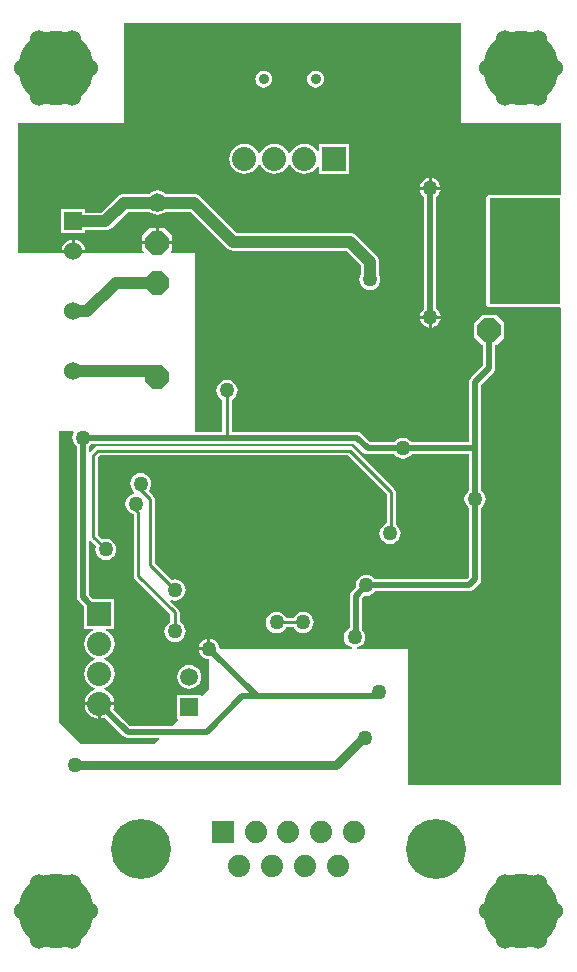
<source format=gbl>
G04 Layer_Physical_Order=2*
G04 Layer_Color=11436288*
%FSAX24Y24*%
%MOIN*%
G70*
G01*
G75*
%ADD28C,0.0100*%
%ADD29C,0.0197*%
%ADD30C,0.0394*%
%ADD31C,0.0295*%
%ADD32R,0.2362X0.3543*%
%ADD33C,0.0600*%
%ADD34C,0.2500*%
%ADD35P,0.0866X8X22.5*%
%ADD36C,0.0800*%
%ADD37R,0.0800X0.0800*%
%ADD38R,0.0800X0.0800*%
%ADD39R,0.0600X0.0600*%
%ADD40P,0.0866X8X112.5*%
%ADD41C,0.0591*%
%ADD42R,0.0591X0.0591*%
%ADD43C,0.0354*%
%ADD44C,0.0740*%
%ADD45R,0.0740X0.0740*%
%ADD46C,0.2000*%
%ADD47C,0.0500*%
G36*
X022737Y027672D02*
X022726Y027657D01*
X022690Y027572D01*
X022678Y027480D01*
X022690Y027389D01*
X022726Y027304D01*
X022782Y027231D01*
X022829Y027194D01*
Y022165D01*
X022845Y022088D01*
X022888Y022022D01*
X023083Y021828D01*
Y021114D01*
X023353D01*
X023363Y021064D01*
X023331Y021051D01*
X023226Y020971D01*
X023146Y020866D01*
X023096Y020745D01*
X023078Y020614D01*
X023096Y020484D01*
X023146Y020362D01*
X023226Y020258D01*
X023331Y020177D01*
X023418Y020141D01*
Y020087D01*
X023331Y020051D01*
X023226Y019971D01*
X023146Y019866D01*
X023096Y019745D01*
X023078Y019614D01*
X023096Y019484D01*
X023146Y019362D01*
X023226Y019258D01*
X023331Y019177D01*
X023418Y019141D01*
Y019087D01*
X023331Y019051D01*
X023226Y018971D01*
X023146Y018866D01*
X023096Y018745D01*
X023085Y018664D01*
X024080D01*
X024070Y018745D01*
X024019Y018866D01*
X023939Y018971D01*
X023835Y019051D01*
X023747Y019087D01*
Y019141D01*
X023835Y019177D01*
X023939Y019258D01*
X024019Y019362D01*
X024070Y019484D01*
X024087Y019614D01*
X024070Y019745D01*
X024019Y019866D01*
X023939Y019971D01*
X023835Y020051D01*
X023747Y020087D01*
Y020141D01*
X023835Y020177D01*
X023939Y020258D01*
X024019Y020362D01*
X024070Y020484D01*
X024087Y020614D01*
X024070Y020745D01*
X024019Y020866D01*
X023939Y020971D01*
X023835Y021051D01*
X023803Y021064D01*
X023813Y021114D01*
X024083D01*
Y022114D01*
X023369D01*
X023234Y022249D01*
Y024036D01*
X023242Y024042D01*
X023284Y024054D01*
X023466Y023872D01*
X023456Y023849D01*
X023444Y023758D01*
X023456Y023666D01*
X023491Y023581D01*
X023547Y023508D01*
X023620Y023452D01*
X023706Y023417D01*
X023797Y023405D01*
X023888Y023417D01*
X023973Y023452D01*
X024047Y023508D01*
X024103Y023581D01*
X024138Y023666D01*
X024150Y023758D01*
X024138Y023849D01*
X024103Y023934D01*
X024047Y024007D01*
X023973Y024063D01*
X023888Y024099D01*
X023797Y024111D01*
X023706Y024099D01*
X023682Y024089D01*
X023534Y024237D01*
Y026822D01*
X023607Y026894D01*
X031866D01*
X033154Y025606D01*
Y024623D01*
X033091Y024597D01*
X033018Y024541D01*
X032962Y024468D01*
X032927Y024383D01*
X032915Y024291D01*
X032927Y024200D01*
X032962Y024115D01*
X033018Y024042D01*
X033091Y023986D01*
X033176Y023950D01*
X033268Y023938D01*
X033359Y023950D01*
X033444Y023986D01*
X033517Y024042D01*
X033573Y024115D01*
X033609Y024200D01*
X033621Y024291D01*
X033609Y024383D01*
X033573Y024468D01*
X033517Y024541D01*
X033460Y024585D01*
Y025669D01*
X033448Y025728D01*
X033415Y025777D01*
X032037Y027155D01*
X031988Y027189D01*
X031929Y027200D01*
X023543D01*
X023494Y027190D01*
X023485Y027189D01*
X023435Y027155D01*
X023284Y027004D01*
X023242Y027017D01*
X023234Y027023D01*
Y027194D01*
X023281Y027231D01*
X023317Y027278D01*
X032082D01*
X032377Y026983D01*
X032442Y026939D01*
X032520Y026924D01*
X033415D01*
X033451Y026876D01*
X033524Y026820D01*
X033609Y026785D01*
X033701Y026773D01*
X033792Y026785D01*
X033877Y026820D01*
X033950Y026876D01*
X033987Y026924D01*
X035900D01*
Y025719D01*
X035853Y025683D01*
X035797Y025610D01*
X035761Y025524D01*
X035749Y025433D01*
X035761Y025342D01*
X035797Y025257D01*
X035853Y025183D01*
X035900Y025147D01*
Y022840D01*
X035822Y022761D01*
X032766D01*
X032730Y022809D01*
X032657Y022865D01*
X032572Y022900D01*
X032480Y022912D01*
X032389Y022900D01*
X032304Y022865D01*
X032231Y022809D01*
X032175Y022736D01*
X032139Y022650D01*
X032127Y022559D01*
X032135Y022500D01*
X031983Y022348D01*
X031939Y022282D01*
X031924Y022205D01*
Y021138D01*
X031910Y021132D01*
X031837Y021076D01*
X031781Y021003D01*
X031746Y020918D01*
X031734Y020827D01*
X031746Y020735D01*
X031781Y020650D01*
X031837Y020577D01*
X031910Y020521D01*
X031995Y020486D01*
X031992Y020436D01*
X027588Y020442D01*
X027587Y020443D01*
X027575Y020534D01*
X027540Y020619D01*
X027484Y020693D01*
X027411Y020749D01*
X027326Y020784D01*
X027284Y020789D01*
Y020443D01*
X027234D01*
Y020393D01*
X026888D01*
X026893Y020352D01*
X026929Y020266D01*
X026985Y020193D01*
X027058Y020137D01*
X027143Y020102D01*
X027234Y020090D01*
Y019085D01*
X027087Y018937D01*
X027016Y018867D01*
X026970Y018886D01*
Y018899D01*
X026180D01*
Y018109D01*
X026193D01*
X026212Y018062D01*
X026029Y017879D01*
X024603D01*
X024049Y018434D01*
X024070Y018484D01*
X024080Y018564D01*
X023633D01*
Y018116D01*
X023713Y018127D01*
X023763Y018148D01*
X024377Y017534D01*
X024442Y017490D01*
X024520Y017475D01*
X025559D01*
X025578Y017429D01*
X025433Y017283D01*
X022953D01*
X022244Y017992D01*
Y020709D01*
Y027717D01*
X022715D01*
X022737Y027672D01*
D02*
G37*
G36*
X035630Y037953D02*
X038976D01*
Y035618D01*
X038937Y035574D01*
X036575D01*
X036536Y035567D01*
X036503Y035545D01*
X036481Y035511D01*
X036473Y035472D01*
Y031929D01*
X036481Y031890D01*
X036503Y031857D01*
X036536Y031835D01*
X036575Y031827D01*
X038937D01*
X038976Y031784D01*
Y025984D01*
Y020433D01*
Y015905D01*
X033858D01*
Y020433D01*
X032180Y020436D01*
X032176Y020486D01*
X032178Y020486D01*
X032263Y020521D01*
X032336Y020577D01*
X032392Y020650D01*
X032428Y020735D01*
X032440Y020827D01*
X032428Y020918D01*
X032392Y021003D01*
X032336Y021076D01*
X032328Y021082D01*
Y022121D01*
X032421Y022214D01*
X032480Y022206D01*
X032572Y022218D01*
X032657Y022253D01*
X032730Y022309D01*
X032766Y022357D01*
X035906D01*
X035983Y022372D01*
X036049Y022416D01*
X036245Y022613D01*
X036289Y022678D01*
X036305Y022756D01*
Y025147D01*
X036352Y025183D01*
X036408Y025257D01*
X036443Y025342D01*
X036455Y025433D01*
X036443Y025524D01*
X036408Y025610D01*
X036352Y025683D01*
X036305Y025719D01*
Y027087D01*
Y029247D01*
X036718Y029660D01*
X036762Y029726D01*
X036777Y029803D01*
Y030563D01*
X036825D01*
X037075Y030813D01*
Y031313D01*
X036825Y031563D01*
X036325D01*
X036075Y031313D01*
Y030813D01*
X036325Y030563D01*
X036372D01*
Y029887D01*
X035959Y029474D01*
X035915Y029408D01*
X035900Y029331D01*
Y027328D01*
X033987D01*
X033950Y027376D01*
X033877Y027432D01*
X033792Y027467D01*
X033701Y027479D01*
X033609Y027467D01*
X033524Y027432D01*
X033451Y027376D01*
X033415Y027328D01*
X032603D01*
X032308Y027623D01*
X032243Y027667D01*
X032165Y027683D01*
X027988D01*
Y028740D01*
X028011Y028749D01*
X028084Y028805D01*
X028140Y028879D01*
X028176Y028964D01*
X028188Y029055D01*
X028176Y029146D01*
X028140Y029232D01*
X028084Y029305D01*
X028011Y029361D01*
X027926Y029396D01*
X027835Y029408D01*
X027743Y029396D01*
X027658Y029361D01*
X027585Y029305D01*
X027529Y029232D01*
X027494Y029146D01*
X027482Y029055D01*
X027494Y028964D01*
X027529Y028879D01*
X027585Y028805D01*
X027658Y028749D01*
X027682Y028740D01*
Y027683D01*
X026808D01*
X026772Y027717D01*
Y028740D01*
Y033622D01*
X025973D01*
X025954Y033668D01*
X026012Y033726D01*
Y033926D01*
X025012D01*
Y033726D01*
X025070Y033668D01*
X025051Y033622D01*
X023150D01*
X023138Y033635D01*
X022295D01*
X022283Y033622D01*
X020866D01*
Y037953D01*
X024409D01*
Y041299D01*
X035630D01*
Y037953D01*
D02*
G37*
%LPC*%
G36*
X034556Y031446D02*
X034260D01*
X034265Y031405D01*
X034301Y031320D01*
X034357Y031246D01*
X034430Y031190D01*
X034515Y031155D01*
X034556Y031150D01*
Y031446D01*
D02*
G37*
G36*
X034953Y035737D02*
X034260D01*
X034265Y035696D01*
X034301Y035611D01*
X034357Y035538D01*
X034404Y035501D01*
Y031782D01*
X034357Y031746D01*
X034301Y031673D01*
X034265Y031587D01*
X034260Y031546D01*
X034953D01*
X034947Y031587D01*
X034912Y031673D01*
X034856Y031746D01*
X034809Y031782D01*
Y035501D01*
X034856Y035538D01*
X034912Y035611D01*
X034947Y035696D01*
X034953Y035737D01*
D02*
G37*
G36*
Y031446D02*
X034656D01*
Y031150D01*
X034698Y031155D01*
X034783Y031190D01*
X034856Y031246D01*
X034912Y031320D01*
X034947Y031405D01*
X034953Y031446D01*
D02*
G37*
G36*
X026575Y019903D02*
X026472Y019889D01*
X026375Y019849D01*
X026293Y019786D01*
X026230Y019703D01*
X026190Y019607D01*
X026176Y019504D01*
X026190Y019401D01*
X026230Y019305D01*
X026293Y019222D01*
X026375Y019159D01*
X026472Y019119D01*
X026575Y019105D01*
X026678Y019119D01*
X026774Y019159D01*
X026857Y019222D01*
X026920Y019305D01*
X026960Y019401D01*
X026973Y019504D01*
X026960Y019607D01*
X026920Y019703D01*
X026857Y019786D01*
X026774Y019849D01*
X026678Y019889D01*
X026575Y019903D01*
D02*
G37*
G36*
X023533Y018564D02*
X023085D01*
X023096Y018484D01*
X023146Y018362D01*
X023226Y018258D01*
X023331Y018177D01*
X023452Y018127D01*
X023533Y018116D01*
Y018564D01*
D02*
G37*
G36*
X027184Y020789D02*
X027143Y020784D01*
X027058Y020749D01*
X026985Y020693D01*
X026929Y020619D01*
X026893Y020534D01*
X026888Y020493D01*
X027184D01*
Y020789D01*
D02*
G37*
G36*
X024961Y026298D02*
X024869Y026286D01*
X024784Y026251D01*
X024711Y026195D01*
X024655Y026121D01*
X024620Y026036D01*
X024608Y025945D01*
X024620Y025854D01*
X024655Y025768D01*
X024711Y025695D01*
X024743Y025671D01*
X024729Y025619D01*
X024712Y025617D01*
X024627Y025581D01*
X024554Y025525D01*
X024497Y025452D01*
X024462Y025367D01*
X024450Y025276D01*
X024462Y025184D01*
X024497Y025099D01*
X024554Y025026D01*
X024627Y024970D01*
X024712Y024935D01*
X024729Y024932D01*
Y022874D01*
X024741Y022815D01*
X024774Y022766D01*
X025949Y021590D01*
Y021339D01*
X025926Y021329D01*
X025853Y021273D01*
X025797Y021200D01*
X025761Y021115D01*
X025749Y021024D01*
X025761Y020932D01*
X025797Y020847D01*
X025853Y020774D01*
X025926Y020718D01*
X026011Y020683D01*
X026102Y020671D01*
X026194Y020683D01*
X026279Y020718D01*
X026352Y020774D01*
X026408Y020847D01*
X026443Y020932D01*
X026455Y021024D01*
X026443Y021115D01*
X026408Y021200D01*
X026352Y021273D01*
X026279Y021329D01*
X026255Y021339D01*
Y021654D01*
X026244Y021712D01*
X026210Y021762D01*
X025934Y022038D01*
X025962Y022081D01*
X026011Y022061D01*
X026102Y022049D01*
X026194Y022061D01*
X026279Y022096D01*
X026352Y022152D01*
X026408Y022225D01*
X026443Y022310D01*
X026455Y022402D01*
X026443Y022493D01*
X026408Y022578D01*
X026352Y022651D01*
X026279Y022707D01*
X026194Y022743D01*
X026102Y022755D01*
X026011Y022743D01*
X025987Y022733D01*
X025429Y023292D01*
Y025433D01*
X025417Y025492D01*
X025384Y025541D01*
X025219Y025706D01*
X025266Y025768D01*
X025302Y025854D01*
X025314Y025945D01*
X025302Y026036D01*
X025266Y026121D01*
X025210Y026195D01*
X025137Y026251D01*
X025052Y026286D01*
X024961Y026298D01*
D02*
G37*
G36*
X030374Y021672D02*
X030283Y021660D01*
X030198Y021625D01*
X030124Y021569D01*
X030068Y021495D01*
X030059Y021472D01*
X029804D01*
X029794Y021495D01*
X029738Y021569D01*
X029665Y021625D01*
X029580Y021660D01*
X029488Y021672D01*
X029397Y021660D01*
X029312Y021625D01*
X029239Y021569D01*
X029182Y021495D01*
X029147Y021410D01*
X029135Y021319D01*
X029147Y021228D01*
X029182Y021142D01*
X029239Y021069D01*
X029312Y021013D01*
X029397Y020978D01*
X029488Y020966D01*
X029580Y020978D01*
X029665Y021013D01*
X029738Y021069D01*
X029794Y021142D01*
X029804Y021166D01*
X030059D01*
X030068Y021142D01*
X030124Y021069D01*
X030198Y021013D01*
X030283Y020978D01*
X030374Y020966D01*
X030465Y020978D01*
X030551Y021013D01*
X030624Y021069D01*
X030680Y021142D01*
X030715Y021228D01*
X030727Y021319D01*
X030715Y021410D01*
X030680Y021495D01*
X030624Y021569D01*
X030551Y021625D01*
X030465Y021660D01*
X030374Y021672D01*
D02*
G37*
G36*
X022667Y034082D02*
X022612Y034075D01*
X022515Y034034D01*
X022431Y033970D01*
X022367Y033887D01*
X022327Y033789D01*
X022320Y033735D01*
X022667D01*
Y034082D01*
D02*
G37*
G36*
X034656Y036134D02*
Y035837D01*
X034953D01*
X034947Y035879D01*
X034912Y035964D01*
X034856Y036037D01*
X034783Y036093D01*
X034698Y036128D01*
X034656Y036134D01*
D02*
G37*
G36*
X034556D02*
X034515Y036128D01*
X034430Y036093D01*
X034357Y036037D01*
X034301Y035964D01*
X034265Y035879D01*
X034260Y035837D01*
X034556D01*
Y036134D01*
D02*
G37*
G36*
X030417Y037276D02*
X030287Y037259D01*
X030165Y037208D01*
X030061Y037128D01*
X029981Y037024D01*
X029944Y036936D01*
X029890D01*
X029854Y037024D01*
X029774Y037128D01*
X029669Y037208D01*
X029548Y037259D01*
X029417Y037276D01*
X029287Y037259D01*
X029165Y037208D01*
X029061Y037128D01*
X028981Y037024D01*
X028944Y036936D01*
X028890D01*
X028854Y037024D01*
X028774Y037128D01*
X028669Y037208D01*
X028548Y037259D01*
X028417Y037276D01*
X028287Y037259D01*
X028165Y037208D01*
X028061Y037128D01*
X027981Y037024D01*
X027930Y036902D01*
X027913Y036772D01*
X027930Y036641D01*
X027981Y036519D01*
X028061Y036415D01*
X028165Y036335D01*
X028287Y036285D01*
X028417Y036267D01*
X028548Y036285D01*
X028669Y036335D01*
X028774Y036415D01*
X028854Y036519D01*
X028890Y036607D01*
X028944D01*
X028981Y036519D01*
X029061Y036415D01*
X029165Y036335D01*
X029287Y036285D01*
X029417Y036267D01*
X029548Y036285D01*
X029669Y036335D01*
X029774Y036415D01*
X029854Y036519D01*
X029890Y036607D01*
X029944D01*
X029981Y036519D01*
X030061Y036415D01*
X030165Y036335D01*
X030287Y036285D01*
X030417Y036267D01*
X030548Y036285D01*
X030669Y036335D01*
X030774Y036415D01*
X030854Y036519D01*
X030867Y036551D01*
X030917Y036542D01*
Y036272D01*
X031917D01*
Y037272D01*
X030917D01*
Y037002D01*
X030867Y036992D01*
X030854Y037024D01*
X030774Y037128D01*
X030669Y037208D01*
X030548Y037259D01*
X030417Y037276D01*
D02*
G37*
G36*
X030787Y039709D02*
X030715Y039699D01*
X030648Y039671D01*
X030590Y039627D01*
X030545Y039569D01*
X030517Y039501D01*
X030508Y039429D01*
X030517Y039357D01*
X030545Y039289D01*
X030590Y039231D01*
X030648Y039187D01*
X030715Y039159D01*
X030787Y039150D01*
X030860Y039159D01*
X030927Y039187D01*
X030985Y039231D01*
X031030Y039289D01*
X031057Y039357D01*
X031067Y039429D01*
X031057Y039501D01*
X031030Y039569D01*
X030985Y039627D01*
X030927Y039671D01*
X030860Y039699D01*
X030787Y039709D01*
D02*
G37*
G36*
X029055D02*
X028983Y039699D01*
X028915Y039671D01*
X028857Y039627D01*
X028813Y039569D01*
X028785Y039501D01*
X028776Y039429D01*
X028785Y039357D01*
X028813Y039289D01*
X028857Y039231D01*
X028915Y039187D01*
X028983Y039159D01*
X029055Y039150D01*
X029127Y039159D01*
X029195Y039187D01*
X029253Y039231D01*
X029297Y039289D01*
X029325Y039357D01*
X029335Y039429D01*
X029325Y039501D01*
X029297Y039569D01*
X029253Y039627D01*
X029195Y039671D01*
X029127Y039699D01*
X029055Y039709D01*
D02*
G37*
G36*
X025462Y034476D02*
X025262D01*
X025012Y034226D01*
Y034026D01*
X025462D01*
Y034476D01*
D02*
G37*
G36*
X022767Y034082D02*
Y033735D01*
X023113D01*
X023106Y033789D01*
X023066Y033887D01*
X023002Y033970D01*
X022918Y034034D01*
X022821Y034075D01*
X022767Y034082D01*
D02*
G37*
G36*
X025762Y034476D02*
X025562D01*
Y034026D01*
X026012D01*
Y034226D01*
X025762Y034476D01*
D02*
G37*
G36*
X025525Y035721D02*
X025512Y035720D01*
X025498Y035721D01*
X025420Y035710D01*
X025407Y035706D01*
X025394Y035704D01*
X025320Y035673D01*
X025309Y035666D01*
X025297Y035660D01*
X025238Y035614D01*
X024409D01*
X024332Y035604D01*
X024290Y035587D01*
X024260Y035574D01*
X024198Y035527D01*
X023656Y034984D01*
X023117D01*
Y035085D01*
X022317D01*
Y034285D01*
X023117D01*
Y034386D01*
X023780D01*
X023857Y034396D01*
X023878Y034405D01*
X023929Y034426D01*
X023991Y034473D01*
X024533Y035016D01*
X025238D01*
X025297Y034970D01*
X025309Y034964D01*
X025320Y034957D01*
X025394Y034926D01*
X025407Y034924D01*
X025420Y034919D01*
X025498Y034909D01*
X025512Y034910D01*
X025525Y034909D01*
X025604Y034919D01*
X025617Y034924D01*
X025630Y034926D01*
X025703Y034957D01*
X025714Y034964D01*
X025726Y034970D01*
X025786Y035016D01*
X026608D01*
X027820Y033804D01*
X027882Y033756D01*
X027933Y033735D01*
X027954Y033727D01*
X028031Y033716D01*
X031805D01*
X032299Y033222D01*
Y032941D01*
X032293Y032932D01*
X032257Y032847D01*
X032245Y032756D01*
X032257Y032665D01*
X032293Y032579D01*
X032349Y032506D01*
X032422Y032450D01*
X032507Y032415D01*
X032598Y032403D01*
X032690Y032415D01*
X032775Y032450D01*
X032848Y032506D01*
X032904Y032579D01*
X032939Y032665D01*
X032951Y032756D01*
X032939Y032847D01*
X032904Y032932D01*
X032898Y032941D01*
Y033346D01*
X032888Y033424D01*
X032873Y033460D01*
X032858Y033496D01*
X032810Y033558D01*
X032141Y034227D01*
X032079Y034275D01*
X032028Y034296D01*
X032007Y034305D01*
X031929Y034315D01*
X028156D01*
X026944Y035527D01*
X026882Y035574D01*
X026831Y035595D01*
X026810Y035604D01*
X026732Y035614D01*
X025786D01*
X025726Y035660D01*
X025714Y035666D01*
X025703Y035673D01*
X025630Y035704D01*
X025617Y035706D01*
X025604Y035710D01*
X025525Y035721D01*
D02*
G37*
%LPD*%
G36*
X025591Y035609D02*
X025664Y035579D01*
X025727Y035530D01*
X025776Y035467D01*
X025806Y035394D01*
X025817Y035315D01*
X025806Y035236D01*
X025776Y035163D01*
X025727Y035099D01*
X025664Y035051D01*
X025591Y035021D01*
X025512Y035010D01*
X025433Y035021D01*
X025359Y035051D01*
X025296Y035099D01*
X025248Y035163D01*
X025217Y035236D01*
X025207Y035315D01*
X025217Y035394D01*
X025248Y035467D01*
X025296Y035530D01*
X025359Y035579D01*
X025433Y035609D01*
X025512Y035620D01*
X025591Y035609D01*
D02*
G37*
D28*
X029488Y021319D02*
X030374D01*
X026102Y021024D02*
Y021654D01*
X024882Y022874D02*
X026102Y021654D01*
X024882Y022874D02*
Y025000D01*
X024606Y025276D02*
X024882Y025000D01*
X023381Y024173D02*
X023797Y023758D01*
X023381Y024173D02*
Y026885D01*
X033268Y024291D02*
X033307Y024331D01*
X025276Y023228D02*
X026102Y022402D01*
X025276Y023228D02*
Y025433D01*
X023381Y026885D02*
X023543Y027047D01*
X033307Y024331D02*
Y025669D01*
X031929Y027047D02*
X033307Y025669D01*
X023543Y027047D02*
X031929D01*
X024764Y025945D02*
X024961D01*
Y025748D02*
X025276Y025433D01*
X024961Y025748D02*
Y025748D01*
X024764Y025945D02*
X024961Y025748D01*
X024606Y025276D02*
X024803D01*
X027835Y027480D02*
Y029055D01*
D29*
X034606Y031496D02*
Y035787D01*
X033701Y027126D02*
X036063D01*
X036102Y025433D02*
Y027087D01*
X036063Y027126D02*
X036102Y027087D01*
Y029331D01*
X036575Y029803D01*
Y031063D01*
X032480Y022559D02*
X035906D01*
X036102Y022756D01*
Y025433D01*
X032126Y022205D02*
X032480Y022559D01*
X032126Y020866D02*
Y022205D01*
X032087Y020827D02*
X032126Y020866D01*
X032520Y027126D02*
X033701D01*
X032165Y027480D02*
X032520Y027126D01*
X027835Y027480D02*
X032165D01*
X023031D02*
X027835D01*
X023031Y022165D02*
Y027480D01*
Y022165D02*
X023583Y021614D01*
X032756Y018858D02*
X032905Y019007D01*
X028819Y018858D02*
X032756D01*
X027234Y020443D02*
X028819Y018858D01*
X028346D02*
X028819D01*
X027165Y017677D02*
X028346Y018858D01*
X024520Y017677D02*
X027165D01*
X023583Y018614D02*
X024520Y017677D01*
D30*
X028031Y034016D02*
X031929D01*
X032598Y033346D01*
Y032756D02*
Y033346D01*
X026732Y035315D02*
X028031Y034016D01*
X025512Y035315D02*
X026732D01*
X024409D02*
X025512D01*
X023780Y034685D02*
X024409Y035315D01*
X022717Y034685D02*
X023780D01*
X022717Y031685D02*
X023181D01*
X024134Y032638D01*
X025512D01*
X022717Y029685D02*
X025315D01*
X025512Y029488D01*
D31*
X032362Y017480D02*
X032441D01*
X022756Y016575D02*
X031457D01*
X032362Y017480D01*
D32*
X037756Y033701D02*
D03*
D33*
X021576Y012646D02*
D03*
X022676D02*
D03*
X023226Y011693D02*
D03*
X022676Y010740D02*
D03*
X021576D02*
D03*
X021026Y011693D02*
D03*
X037088Y012646D02*
D03*
X038188D02*
D03*
X038738Y011693D02*
D03*
X038188Y010740D02*
D03*
X037088D02*
D03*
X036538Y011693D02*
D03*
X037088Y040756D02*
D03*
X038188D02*
D03*
X038738Y039803D02*
D03*
X038188Y038851D02*
D03*
X037088D02*
D03*
X036538Y039803D02*
D03*
X021576Y040756D02*
D03*
X022676D02*
D03*
X023226Y039803D02*
D03*
X022676Y038851D02*
D03*
X021576D02*
D03*
X021026Y039803D02*
D03*
X022717Y033685D02*
D03*
Y031685D02*
D03*
Y029685D02*
D03*
X025512Y035315D02*
D03*
D34*
X022126Y011693D02*
D03*
X037638D02*
D03*
Y039803D02*
D03*
X022126D02*
D03*
D35*
X025512Y029488D02*
D03*
X036575Y031063D02*
D03*
D36*
X028417Y036772D02*
D03*
X029417D02*
D03*
X030417D02*
D03*
X023583Y018614D02*
D03*
Y019614D02*
D03*
Y020614D02*
D03*
D37*
X031417Y036772D02*
D03*
D38*
X023583Y021614D02*
D03*
D39*
X022717Y034685D02*
D03*
D40*
X025512Y033976D02*
D03*
Y032638D02*
D03*
D41*
X026575Y019504D02*
D03*
D42*
Y018504D02*
D03*
D43*
X030787Y039429D02*
D03*
X029055D02*
D03*
D44*
X032063Y014331D02*
D03*
X030972D02*
D03*
X029882D02*
D03*
X028791D02*
D03*
X031518Y013213D02*
D03*
X030427D02*
D03*
X029337D02*
D03*
X028246D02*
D03*
D45*
X027701Y014331D02*
D03*
D46*
X034803Y013772D02*
D03*
X024961D02*
D03*
D47*
X030374Y021319D02*
D03*
X029488D02*
D03*
X027234Y020443D02*
D03*
X026102Y021024D02*
D03*
Y022402D02*
D03*
X023797Y023758D02*
D03*
X033268Y024291D02*
D03*
X032480Y022559D02*
D03*
X032598Y032756D02*
D03*
X038543Y032283D02*
D03*
Y032992D02*
D03*
Y033701D02*
D03*
Y034409D02*
D03*
Y035118D02*
D03*
X037835D02*
D03*
Y034409D02*
D03*
Y033701D02*
D03*
Y032992D02*
D03*
Y032283D02*
D03*
X034606Y031496D02*
D03*
Y035787D02*
D03*
X036102Y025433D02*
D03*
X033701Y027126D02*
D03*
X032087Y020827D02*
D03*
X023031Y027480D02*
D03*
X032905Y019007D02*
D03*
X032441Y017480D02*
D03*
X024961Y025945D02*
D03*
X024803Y025276D02*
D03*
X027835Y029055D02*
D03*
X022756Y016575D02*
D03*
M02*

</source>
